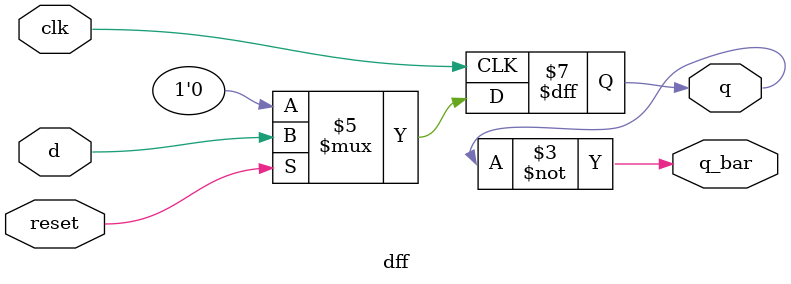
<source format=v>
module day14(
input d,
input clk, reset,
output reg q,
output q_bar
);

always @(posedge clk or negedge reset)
begin
if(!reset) q<=0;
else
	begin
	q<=d;
	end
	end
	
	assign q_bar=~q;
	
endmodule

//synchronous d-flipfop
module dff(
input d,
input clk, reset,
output reg q,
output q_bar
);

always @(posedge clk)
begin
if(!reset) q<=0;
else
	begin
	q<=d;
	end
	end
	
	assign q_bar=~q;
	
endmodule

</source>
